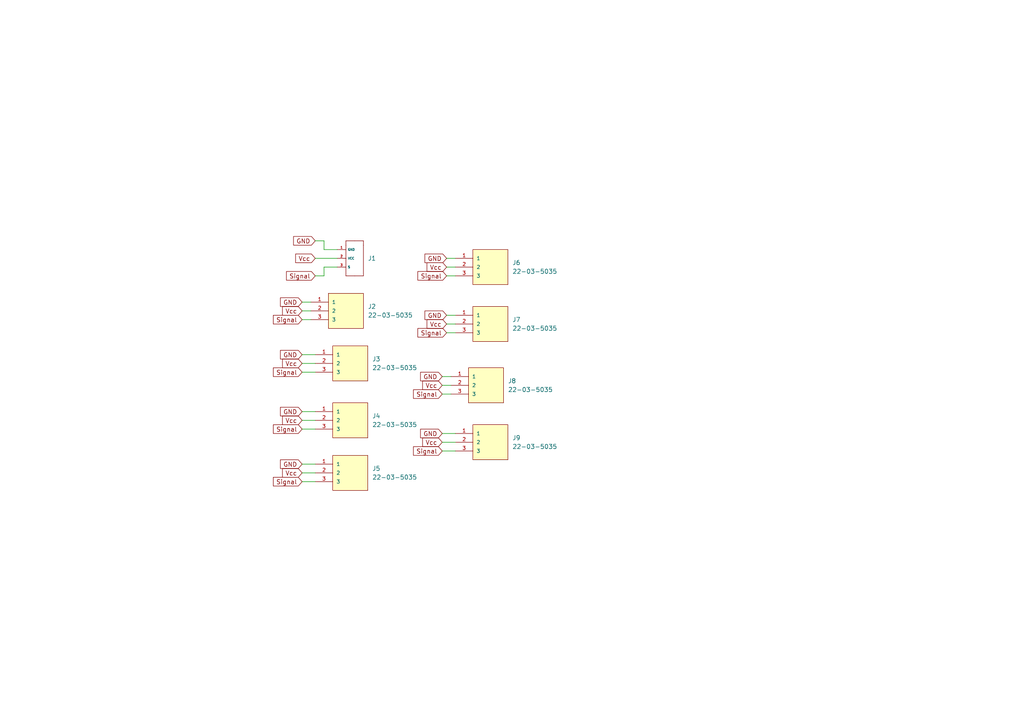
<source format=kicad_sch>
(kicad_sch (version 20250114) (generator "eeschema") (generator_version "9.0")
  (paper "A4")
  (title_block (title "Aero_hand_open_boarda") (date "2025-10-08") (rev "Rev0") (company "TetherIA"))
  (lib_symbols
    (symbol "22-03-5035:22-03-5035" (pin_names (offset 1.016))
      (property "Reference" "J" (at -5.08 5.08 0))
      (property "Value" "22-03-5035" (at -5.08 -7.62 0))
      (symbol "22-03-5035_0_0"
        (rectangle (start -5.08 -5.08) (end 5.08 5.08) (stroke (width 0.1524)) (fill (type background)))
        (pin passive line (at -10.16 2.54 0) (length 5.08) (name "1") (number "1"))
        (pin passive line (at -10.16 0 0) (length 5.08) (name "2") (number "2"))
        (pin passive line (at -10.16 -2.54 0) (length 5.08) (name "3") (number "3"))
      )
    )
    (symbol "3P_1"
      (property "Reference" "J" (at -0.762 0 0))
      (symbol "3P_1_0_1"
        (rectangle (start 0 7.62) (end 2.54 7.62))
        (rectangle (start 0 6.35) (end 0 7.62))
        (rectangle (start 0 2.54) (end 0 6.35))
        (rectangle (start 0 2.54) (end 0 -2.54))
        (rectangle (start 0 -2.54) (end 2.54 -2.54))
        (rectangle (start 2.54 7.62) (end 5.08 7.62))
        (rectangle (start 2.54 -2.54) (end 5.08 -2.54))
        (rectangle (start 5.08 6.35) (end 5.08 7.62))
        (rectangle (start 5.08 6.35) (end 5.08 -2.54))
      )
      (symbol "3P_1_1_1"
        (pin input line (at -2.54 5.08 0) (length 2.54) (name "GND") (number "1"))
        (pin input line (at -2.54 2.54 0) (length 2.54) (name "VCC") (number "2"))
        (pin input line (at -2.54 0 0) (length 2.54) (name "S") (number "3"))
      )
    )
  )
  (wire (pts (xy 129.54 80.01) (xy 132.08 80.01)))
  (wire (pts (xy 129.54 93.98) (xy 132.08 93.98)))
  (wire (pts (xy 87.63 124.46) (xy 91.44 124.46)))
  (wire (pts (xy 91.44 74.93) (xy 97.79 74.93)))
  (wire (pts (xy 87.63 107.95) (xy 91.44 107.95)))
  (wire (pts (xy 128.27 111.76) (xy 130.81 111.76)))
  (wire (pts (xy 128.27 128.27) (xy 132.08 128.27)))
  (wire (pts (xy 87.63 137.16) (xy 91.44 137.16)))
  (wire (pts (xy 87.63 105.41) (xy 91.44 105.41)))
  (wire (pts (xy 93.98 77.47) (xy 93.98 80.01)))
  (wire (pts (xy 87.63 134.62) (xy 91.44 134.62)))
  (wire (pts (xy 87.63 92.71) (xy 90.17 92.71)))
  (wire (pts (xy 91.44 80.01) (xy 93.98 80.01)))
  (wire (pts (xy 128.27 130.81) (xy 132.08 130.81)))
  (wire (pts (xy 129.54 91.44) (xy 132.08 91.44)))
  (wire (pts (xy 128.27 114.3) (xy 130.81 114.3)))
  (wire (pts (xy 87.63 139.7) (xy 91.44 139.7)))
  (wire (pts (xy 91.44 69.85) (xy 93.98 69.85)))
  (wire (pts (xy 93.98 72.39) (xy 93.98 69.85)))
  (wire (pts (xy 87.63 121.92) (xy 91.44 121.92)))
  (wire (pts (xy 87.63 102.87) (xy 91.44 102.87)))
  (wire (pts (xy 129.54 96.52) (xy 132.08 96.52)))
  (wire (pts (xy 129.54 77.47) (xy 132.08 77.47)))
  (wire (pts (xy 129.54 74.93) (xy 132.08 74.93)))
  (wire (pts (xy 97.79 72.39) (xy 93.98 72.39)))
  (wire (pts (xy 128.27 109.22) (xy 130.81 109.22)))
  (wire (pts (xy 97.79 77.47) (xy 93.98 77.47)))
  (wire (pts (xy 87.63 90.17) (xy 90.17 90.17)))
  (wire (pts (xy 128.27 125.73) (xy 132.08 125.73)))
  (wire (pts (xy 87.63 119.38) (xy 91.44 119.38)))
  (wire (pts (xy 87.63 87.63) (xy 90.17 87.63)))
  (global_label "Vcc" (shape input) (at 128.27 111.76 180) (property "Intersheetrefs" "${INTERSHEET_REFS}" (effects (hide yes))))
  (global_label "GND" (shape input) (at 87.63 102.87 180) (property "Intersheetrefs" "${INTERSHEET_REFS}" (effects (hide yes))))
  (global_label "Signal" (shape input) (at 128.27 130.81 180) (property "Intersheetrefs" "${INTERSHEET_REFS}" (effects (hide yes))))
  (global_label "Signal" (shape input) (at 87.63 107.95 180) (property "Intersheetrefs" "${INTERSHEET_REFS}" (effects (hide yes))))
  (global_label "GND" (shape input) (at 128.27 109.22 180) (property "Intersheetrefs" "${INTERSHEET_REFS}" (effects (hide yes))))
  (global_label "Vcc" (shape input) (at 87.63 105.41 180) (property "Intersheetrefs" "${INTERSHEET_REFS}" (effects (hide yes))))
  (global_label "GND" (shape input) (at 87.63 119.38 180) (property "Intersheetrefs" "${INTERSHEET_REFS}" (effects (hide yes))))
  (global_label "Vcc" (shape input) (at 87.63 137.16 180) (property "Intersheetrefs" "${INTERSHEET_REFS}" (effects (hide yes))))
  (global_label "Signal" (shape input) (at 129.54 96.52 180) (property "Intersheetrefs" "${INTERSHEET_REFS}" (effects (hide yes))))
  (global_label "Signal" (shape input) (at 128.27 114.3 180) (property "Intersheetrefs" "${INTERSHEET_REFS}" (effects (hide yes))))
  (global_label "Signal" (shape input) (at 91.44 80.01 180) (property "Intersheetrefs" "${INTERSHEET_REFS}" (effects (hide yes))))
  (global_label "GND" (shape input) (at 129.54 74.93 180) (property "Intersheetrefs" "${INTERSHEET_REFS}" (effects (hide yes))))
  (global_label "GND" (shape input) (at 87.63 134.62 180) (property "Intersheetrefs" "${INTERSHEET_REFS}" (effects (hide yes))))
  (global_label "GND" (shape input) (at 87.63 87.63 180) (property "Intersheetrefs" "${INTERSHEET_REFS}" (effects (hide yes))))
  (global_label "GND" (shape input) (at 91.44 69.85 180) (property "Intersheetrefs" "${INTERSHEET_REFS}" (effects (hide yes))))
  (global_label "Vcc" (shape input) (at 87.63 90.17 180) (property "Intersheetrefs" "${INTERSHEET_REFS}" (effects (hide yes))))
  (global_label "Signal" (shape input) (at 87.63 139.7 180) (property "Intersheetrefs" "${INTERSHEET_REFS}" (effects (hide yes))))
  (global_label "GND" (shape input) (at 128.27 125.73 180) (property "Intersheetrefs" "${INTERSHEET_REFS}" (effects (hide yes))))
  (global_label "Vcc" (shape input) (at 129.54 93.98 180) (property "Intersheetrefs" "${INTERSHEET_REFS}" (effects (hide yes))))
  (global_label "Vcc" (shape input) (at 128.27 128.27 180) (property "Intersheetrefs" "${INTERSHEET_REFS}" (effects (hide yes))))
  (global_label "Vcc" (shape input) (at 129.54 77.47 180) (property "Intersheetrefs" "${INTERSHEET_REFS}" (effects (hide yes))))
  (global_label "Signal" (shape input) (at 129.54 80.01 180) (property "Intersheetrefs" "${INTERSHEET_REFS}" (effects (hide yes))))
  (global_label "Signal" (shape input) (at 87.63 92.71 180) (property "Intersheetrefs" "${INTERSHEET_REFS}" (effects (hide yes))))
  (global_label "GND" (shape input) (at 129.54 91.44 180) (property "Intersheetrefs" "${INTERSHEET_REFS}" (effects (hide yes))))
  (global_label "Signal" (shape input) (at 87.63 124.46 180) (property "Intersheetrefs" "${INTERSHEET_REFS}" (effects (hide yes))))
  (global_label "Vcc" (shape input) (at 91.44 74.93 180) (property "Intersheetrefs" "${INTERSHEET_REFS}" (effects (hide yes))))
  (global_label "Vcc" (shape input) (at 87.63 121.92 180) (property "Intersheetrefs" "${INTERSHEET_REFS}" (effects (hide yes))))
  (symbol (lib_id "22-03-5035:22-03-5035") (at 101.6 121.92 0) (unit 1)
    (property "Reference" "J4" (at 107.95 120.6499 0) (effects (justify left)))
    (property "Value" "22-03-5035" (at 107.95 123.1899 0) (effects (justify left)))
    (property "Footprint" "22-03-5035:MOLEX_22-03-5035" (effects (hide yes)))
    (property "MF" "Molex" (effects (hide yes)))
    (property "MAXIMUM_PACKAGE_HEIGHT" "5.9mm" (effects (hide yes)))
    (property "Package" "None" (effects (hide yes)))
    (property "Price" "None" (effects (hide yes)))
    (property "Check_prices" "https://www.snapeda.com/parts/22-03-5035/Molex/view-part/?ref=eda" (effects (hide yes)))
    (property "STANDARD" "Manufacturer recommendations" (effects (hide yes)))
    (property "PARTREV" "B" (effects (hide yes)))
    (property "SnapEDA_Link" "https://www.snapeda.com/parts/22-03-5035/Molex/view-part/?ref=snap" (effects (hide yes)))
    (property "MP" "22-03-5035" (effects (hide yes)))
    (property "Description_1" "Conn Shrouded Header HDR 3 POS 2.5mm Solder ST Thru-Hole Bag | Molex Incorporated 22-03-5035" (effects (hide yes)))
    (property "Availability" "In Stock" (effects (hide yes)))
    (property "MANUFACTURER" "Molex" (effects (hide yes)))
  )
  (symbol (lib_id "22-03-5035:22-03-5035") (at 101.6 137.16 0) (unit 1)
    (property "Reference" "J5" (at 107.95 135.8899 0) (effects (justify left)))
    (property "Value" "22-03-5035" (at 107.95 138.4299 0) (effects (justify left)))
    (property "Footprint" "22-03-5035:MOLEX_22-03-5035" (effects (hide yes)))
    (property "MF" "Molex" (effects (hide yes)))
    (property "MAXIMUM_PACKAGE_HEIGHT" "5.9mm" (effects (hide yes)))
    (property "Package" "None" (effects (hide yes)))
    (property "Price" "None" (effects (hide yes)))
    (property "Check_prices" "https://www.snapeda.com/parts/22-03-5035/Molex/view-part/?ref=eda" (effects (hide yes)))
    (property "STANDARD" "Manufacturer recommendations" (effects (hide yes)))
    (property "PARTREV" "B" (effects (hide yes)))
    (property "SnapEDA_Link" "https://www.snapeda.com/parts/22-03-5035/Molex/view-part/?ref=snap" (effects (hide yes)))
    (property "MP" "22-03-5035" (effects (hide yes)))
    (property "Description_1" "Conn Shrouded Header HDR 3 POS 2.5mm Solder ST Thru-Hole Bag | Molex Incorporated 22-03-5035" (effects (hide yes)))
    (property "Availability" "In Stock" (effects (hide yes)))
    (property "MANUFACTURER" "Molex" (effects (hide yes)))
  )
  (symbol (lib_id "22-03-5035:22-03-5035") (at 142.24 93.98 0) (unit 1)
    (property "Reference" "J7" (at 148.59 92.7099 0) (effects (justify left)))
    (property "Value" "22-03-5035" (at 148.59 95.2499 0) (effects (justify left)))
    (property "Footprint" "22-03-5035:MOLEX_22-03-5035" (effects (hide yes)))
    (property "MF" "Molex" (effects (hide yes)))
    (property "MAXIMUM_PACKAGE_HEIGHT" "5.9mm" (effects (hide yes)))
    (property "Package" "None" (effects (hide yes)))
    (property "Price" "None" (effects (hide yes)))
    (property "Check_prices" "https://www.snapeda.com/parts/22-03-5035/Molex/view-part/?ref=eda" (effects (hide yes)))
    (property "STANDARD" "Manufacturer recommendations" (effects (hide yes)))
    (property "PARTREV" "B" (effects (hide yes)))
    (property "SnapEDA_Link" "https://www.snapeda.com/parts/22-03-5035/Molex/view-part/?ref=snap" (effects (hide yes)))
    (property "MP" "22-03-5035" (effects (hide yes)))
    (property "Description_1" "Conn Shrouded Header HDR 3 POS 2.5mm Solder ST Thru-Hole Bag | Molex Incorporated 22-03-5035" (effects (hide yes)))
    (property "Availability" "In Stock" (effects (hide yes)))
    (property "MANUFACTURER" "Molex" (effects (hide yes)))
  )
  (symbol (lib_id "22-03-5035:22-03-5035") (at 140.97 111.76 0) (unit 1)
    (property "Reference" "J8" (at 147.32 110.4899 0) (effects (justify left)))
    (property "Value" "22-03-5035" (at 147.32 113.0299 0) (effects (justify left)))
    (property "Footprint" "22-03-5035:MOLEX_22-03-5035" (effects (hide yes)))
    (property "MF" "Molex" (effects (hide yes)))
    (property "MAXIMUM_PACKAGE_HEIGHT" "5.9mm" (effects (hide yes)))
    (property "Package" "None" (effects (hide yes)))
    (property "Price" "None" (effects (hide yes)))
    (property "Check_prices" "https://www.snapeda.com/parts/22-03-5035/Molex/view-part/?ref=eda" (effects (hide yes)))
    (property "STANDARD" "Manufacturer recommendations" (effects (hide yes)))
    (property "PARTREV" "B" (effects (hide yes)))
    (property "SnapEDA_Link" "https://www.snapeda.com/parts/22-03-5035/Molex/view-part/?ref=snap" (effects (hide yes)))
    (property "MP" "22-03-5035" (effects (hide yes)))
    (property "Description_1" "Conn Shrouded Header HDR 3 POS 2.5mm Solder ST Thru-Hole Bag | Molex Incorporated 22-03-5035" (effects (hide yes)))
    (property "Availability" "In Stock" (effects (hide yes)))
    (property "MANUFACTURER" "Molex" (effects (hide yes)))
  )
  (symbol (lib_id "22-03-5035:22-03-5035") (at 100.33 90.17 0) (unit 1)
    (property "Reference" "J2" (at 106.68 88.8999 0) (effects (justify left)))
    (property "Value" "22-03-5035" (at 106.68 91.4399 0) (effects (justify left)))
    (property "Footprint" "22-03-5035:MOLEX_22-03-5035" (effects (hide yes)))
    (property "MF" "Molex" (effects (hide yes)))
    (property "MAXIMUM_PACKAGE_HEIGHT" "5.9mm" (effects (hide yes)))
    (property "Package" "None" (effects (hide yes)))
    (property "Price" "None" (effects (hide yes)))
    (property "Check_prices" "https://www.snapeda.com/parts/22-03-5035/Molex/view-part/?ref=eda" (effects (hide yes)))
    (property "STANDARD" "Manufacturer recommendations" (effects (hide yes)))
    (property "PARTREV" "B" (effects (hide yes)))
    (property "SnapEDA_Link" "https://www.snapeda.com/parts/22-03-5035/Molex/view-part/?ref=snap" (effects (hide yes)))
    (property "MP" "22-03-5035" (effects (hide yes)))
    (property "Description_1" "Conn Shrouded Header HDR 3 POS 2.5mm Solder ST Thru-Hole Bag | Molex Incorporated 22-03-5035" (effects (hide yes)))
    (property "Availability" "In Stock" (effects (hide yes)))
    (property "MANUFACTURER" "Molex" (effects (hide yes)))
  )
  (symbol (lib_name "3P_1") (lib_id "3pinconnector:3P") (at 100.33 77.47 0) (unit 1)
    (property "Reference" "J1" (at 106.68 74.9299 0) (effects (justify left)))
    (property "Footprint" "B3PS-VH_LF_SN:JST S3P-VH(LF)(SN)" (effects (hide yes)))
  )
  (symbol (lib_id "22-03-5035:22-03-5035") (at 101.6 105.41 0) (unit 1)
    (property "Reference" "J3" (at 107.95 104.1399 0) (effects (justify left)))
    (property "Value" "22-03-5035" (at 107.95 106.6799 0) (effects (justify left)))
    (property "Footprint" "22-03-5035:MOLEX_22-03-5035" (effects (hide yes)))
    (property "MF" "Molex" (effects (hide yes)))
    (property "MAXIMUM_PACKAGE_HEIGHT" "5.9mm" (effects (hide yes)))
    (property "Package" "None" (effects (hide yes)))
    (property "Price" "None" (effects (hide yes)))
    (property "Check_prices" "https://www.snapeda.com/parts/22-03-5035/Molex/view-part/?ref=eda" (effects (hide yes)))
    (property "STANDARD" "Manufacturer recommendations" (effects (hide yes)))
    (property "PARTREV" "B" (effects (hide yes)))
    (property "SnapEDA_Link" "https://www.snapeda.com/parts/22-03-5035/Molex/view-part/?ref=snap" (effects (hide yes)))
    (property "MP" "22-03-5035" (effects (hide yes)))
    (property "Description_1" "Conn Shrouded Header HDR 3 POS 2.5mm Solder ST Thru-Hole Bag | Molex Incorporated 22-03-5035" (effects (hide yes)))
    (property "Availability" "In Stock" (effects (hide yes)))
    (property "MANUFACTURER" "Molex" (effects (hide yes)))
  )
  (symbol (lib_id "22-03-5035:22-03-5035") (at 142.24 77.47 0) (unit 1)
    (property "Reference" "J6" (at 148.59 76.1999 0) (effects (justify left)))
    (property "Value" "22-03-5035" (at 148.59 78.7399 0) (effects (justify left)))
    (property "Footprint" "22-03-5035:MOLEX_22-03-5035" (effects (hide yes)))
    (property "MF" "Molex" (effects (hide yes)))
    (property "MAXIMUM_PACKAGE_HEIGHT" "5.9mm" (effects (hide yes)))
    (property "Package" "None" (effects (hide yes)))
    (property "Price" "None" (effects (hide yes)))
    (property "Check_prices" "https://www.snapeda.com/parts/22-03-5035/Molex/view-part/?ref=eda" (effects (hide yes)))
    (property "STANDARD" "Manufacturer recommendations" (effects (hide yes)))
    (property "PARTREV" "B" (effects (hide yes)))
    (property "SnapEDA_Link" "https://www.snapeda.com/parts/22-03-5035/Molex/view-part/?ref=snap" (effects (hide yes)))
    (property "MP" "22-03-5035" (effects (hide yes)))
    (property "Description_1" "Conn Shrouded Header HDR 3 POS 2.5mm Solder ST Thru-Hole Bag | Molex Incorporated 22-03-5035" (effects (hide yes)))
    (property "Availability" "In Stock" (effects (hide yes)))
    (property "MANUFACTURER" "Molex" (effects (hide yes)))
  )
  (symbol (lib_id "22-03-5035:22-03-5035") (at 142.24 128.27 0) (unit 1)
    (property "Reference" "J9" (at 148.59 126.9999 0) (effects (justify left)))
    (property "Value" "22-03-5035" (at 148.59 129.5399 0) (effects (justify left)))
    (property "Footprint" "Molex 220305025:MOLEX_22-03-5035" (effects (hide yes)))
    (property "MF" "Molex" (effects (hide yes)))
    (property "MAXIMUM_PACKAGE_HEIGHT" "5.9mm" (effects (hide yes)))
    (property "Package" "None" (effects (hide yes)))
    (property "Price" "None" (effects (hide yes)))
    (property "Check_prices" "https://www.snapeda.com/parts/22-03-5035/Molex/view-part/?ref=eda" (effects (hide yes)))
    (property "STANDARD" "Manufacturer recommendations" (effects (hide yes)))
    (property "PARTREV" "B" (effects (hide yes)))
    (property "SnapEDA_Link" "https://www.snapeda.com/parts/22-03-5035/Molex/view-part/?ref=snap" (effects (hide yes)))
    (property "MP" "22-03-5035" (effects (hide yes)))
    (property "Description_1" "Conn Shrouded Header HDR 3 POS 2.5mm Solder ST Thru-Hole Bag | Molex Incorporated 22-03-5035" (effects (hide yes)))
    (property "Availability" "In Stock" (effects (hide yes)))
    (property "MANUFACTURER" "Molex" (effects (hide yes)))
  )
)
</source>
